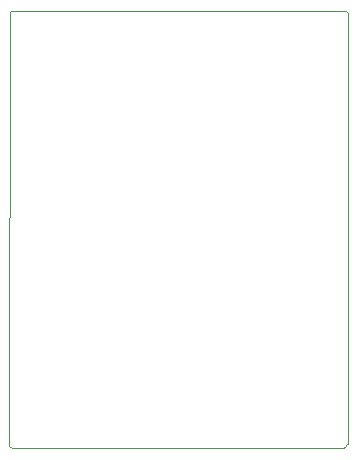
<source format=gbr>
%TF.GenerationSoftware,KiCad,Pcbnew,(6.0.5)*%
%TF.CreationDate,2022-07-20T13:20:04-04:00*%
%TF.ProjectId,torque_motor_design,746f7271-7565-45f6-9d6f-746f725f6465,rev?*%
%TF.SameCoordinates,Original*%
%TF.FileFunction,Profile,NP*%
%FSLAX46Y46*%
G04 Gerber Fmt 4.6, Leading zero omitted, Abs format (unit mm)*
G04 Created by KiCad (PCBNEW (6.0.5)) date 2022-07-20 13:20:04*
%MOMM*%
%LPD*%
G01*
G04 APERTURE LIST*
%TA.AperFunction,Profile*%
%ADD10C,0.100000*%
%TD*%
G04 APERTURE END LIST*
D10*
X171512000Y-68468000D02*
X171500800Y-70256400D01*
X171805600Y-70561200D02*
X199847200Y-70510400D01*
X199999600Y-33528000D02*
X171743996Y-33535584D01*
X199847200Y-70510400D02*
G75*
G03*
X200152000Y-70205600I0J304800D01*
G01*
X200202800Y-33731200D02*
X200152000Y-67818000D01*
X200152000Y-70205600D02*
X200152000Y-67818000D01*
X171743996Y-33535584D02*
G75*
G03*
X171551600Y-33782000I61604J-246416D01*
G01*
X171551600Y-33782000D02*
X171512000Y-68468000D01*
X171500800Y-70256400D02*
G75*
G03*
X171805600Y-70561200I304800J0D01*
G01*
X200202800Y-33731200D02*
G75*
G03*
X199999600Y-33528000I-203200J0D01*
G01*
M02*

</source>
